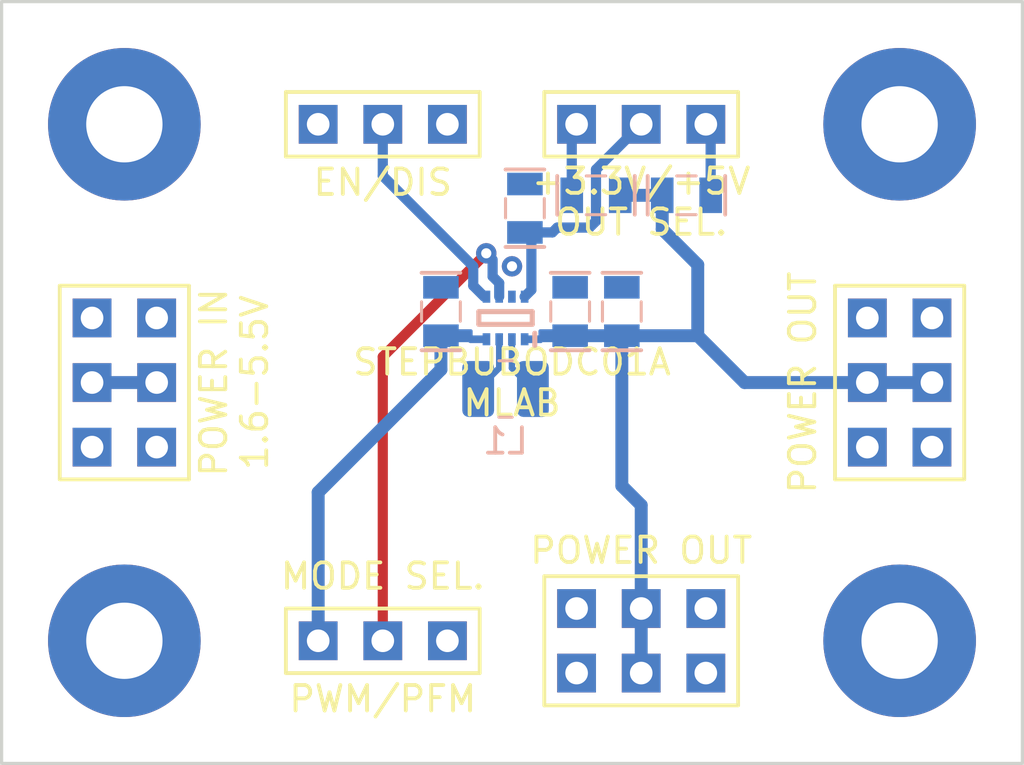
<source format=kicad_pcb>
(kicad_pcb (version 20211014) (generator pcbnew)
  (layers (0 "F.Cu" signal) (31 "B.Cu" signal) (34 "B.Paste" user) (35 "F.Paste" user) (36 "B.SilkS" user "B.Silkscreen") (37 "F.SilkS" user "F.Silkscreen") (38 "B.Mask" user) (39 "F.Mask" user) (44 "Edge.Cuts" user))
  (net 0 "")
  (net 1 "/V_in")
  (net 2 "GND")
  (net 3 "/V_out")
  (net 4 "/en")
  (net 5 "Net-(F1-Pad1)")
  (net 6 "/mod")
  (net 7 "Net-(J4-Pad1)")
  (net 8 "/FB")
  (net 9 "Net-(J4-Pad3)")
  (net 10 "Net-(L1-Pad1)")
  (net 11 "Net-(L1-Pad2)")
  (footprint "Mlab_Pin_Headers:Straight_1x03" (layer "F.Cu") (at 147.32 76.2 -90)
    (fp_text reference "J4" hide)
    (fp_text value "HEADER_1x03" hide)
    (fp_line (start -1.27 3.81) (end -1.27 -3.81) (layer "F.SilkS") (width 0.15))
    (fp_line (start 1.27 3.81) (end -1.27 3.81) (layer "F.SilkS") (width 0.15))
    (fp_line (start -1.27 -3.81) (end 1.27 -3.81) (layer "F.SilkS") (width 0.15))
    (fp_line (start 1.27 -3.81) (end 1.27 3.81) (layer "F.SilkS") (width 0.15))
    (pad "1" thru_hole rect (at 0 -2.54 270) (size 1.524 1.524) (drill 0.889) (layers *.Cu *.Mask) (net 7 "Net-(J4-Pad1)"))
    (pad "2" thru_hole rect (at 0 0 270) (size 1.524 1.524) (drill 0.889) (layers *.Cu *.Mask) (net 8 "/FB"))
    (pad "3" thru_hole rect (at 0 2.54 270) (size 1.524 1.524) (drill 0.889) (layers *.Cu *.Mask) (net 9 "Net-(J4-Pad3)"))
  )
  (footprint "Mlab_Pin_Headers:Straight_2x03" (layer "F.Cu") (at 127 86.36)
    (fp_text reference "J2" hide)
    (fp_text value "HEADER_2x03_PARALLEL" hide)
    (fp_line (start 2.54 3.81) (end -2.54 3.81) (layer "F.SilkS") (width 0.15))
    (fp_line (start -2.54 3.81) (end -2.54 -3.81) (layer "F.SilkS") (width 0.15))
    (fp_line (start -2.54 -3.81) (end 2.54 -3.81) (layer "F.SilkS") (width 0.15))
    (fp_line (start 2.54 -3.81) (end 2.54 3.81) (layer "F.SilkS") (width 0.15))
    (pad "1" thru_hole rect (at -1.27 -2.54) (size 1.524 1.524) (drill 0.889) (layers *.Cu *.Mask) (net 2 "GND"))
    (pad "2" thru_hole rect (at 1.27 -2.54) (size 1.524 1.524) (drill 0.889) (layers *.Cu *.Mask) (net 2 "GND"))
    (pad "3" thru_hole rect (at -1.27 0) (size 1.524 1.524) (drill 0.889) (layers *.Cu *.Mask) (net 5 "Net-(F1-Pad1)"))
    (pad "4" thru_hole rect (at 1.27 0) (size 1.524 1.524) (drill 0.889) (layers *.Cu *.Mask) (net 5 "Net-(F1-Pad1)"))
    (pad "5" thru_hole rect (at -1.27 2.54) (size 1.524 1.524) (drill 0.889) (layers *.Cu *.Mask) (net 2 "GND"))
    (pad "6" thru_hole rect (at 1.27 2.54) (size 1.524 1.524) (drill 0.889) (layers *.Cu *.Mask) (net 2 "GND"))
  )
  (footprint "Mlab_Mechanical:MountingHole_3mm" (layer "F.Cu") (at 127 96.52)
    (fp_text reference "H3" hide)
    (fp_text value "MountingHole_Pad" hide)
    (pad "1" thru_hole circle (at 0 0) (size 6 6) (drill 3) (layers *.Cu *.Mask) (net 2 "GND") (clearance 1))
  )
  (footprint "Mlab_Mechanical:MountingHole_3mm" (layer "F.Cu") (at 157.48 76.2)
    (fp_text reference "H4" hide)
    (fp_text value "MountingHole_Pad" hide)
    (pad "1" thru_hole circle (at 0 0) (size 6 6) (drill 3) (layers *.Cu *.Mask) (net 2 "GND") (clearance 1))
  )
  (footprint "Mlab_Pin_Headers:Straight_1x03" (layer "F.Cu") (at 137.16 76.2 -90)
    (fp_text reference "J1" hide)
    (fp_text value "HEADER_1x03" hide)
    (fp_line (start 1.27 3.81) (end -1.27 3.81) (layer "F.SilkS") (width 0.15))
    (fp_line (start -1.27 3.81) (end -1.27 -3.81) (layer "F.SilkS") (width 0.15))
    (fp_line (start 1.27 -3.81) (end 1.27 3.81) (layer "F.SilkS") (width 0.15))
    (fp_line (start -1.27 -3.81) (end 1.27 -3.81) (layer "F.SilkS") (width 0.15))
    (pad "1" thru_hole rect (at 0 -2.54 270) (size 1.524 1.524) (drill 0.889) (layers *.Cu *.Mask) (net 2 "GND"))
    (pad "2" thru_hole rect (at 0 0 270) (size 1.524 1.524) (drill 0.889) (layers *.Cu *.Mask) (net 4 "/en"))
    (pad "3" thru_hole rect (at 0 2.54 270) (size 1.524 1.524) (drill 0.889) (layers *.Cu *.Mask) (net 1 "/V_in"))
  )
  (footprint "Mlab_Pin_Headers:Straight_1x03" (layer "F.Cu") (at 137.16 96.52 -90)
    (fp_text reference "J3" hide)
    (fp_text value "HEADER_1x03" hide)
    (fp_line (start 1.27 -3.81) (end 1.27 3.81) (layer "F.SilkS") (width 0.15))
    (fp_line (start 1.27 3.81) (end -1.27 3.81) (layer "F.SilkS") (width 0.15))
    (fp_line (start -1.27 -3.81) (end 1.27 -3.81) (layer "F.SilkS") (width 0.15))
    (fp_line (start -1.27 3.81) (end -1.27 -3.81) (layer "F.SilkS") (width 0.15))
    (pad "1" thru_hole rect (at 0 -2.54 270) (size 1.524 1.524) (drill 0.889) (layers *.Cu *.Mask) (net 2 "GND"))
    (pad "2" thru_hole rect (at 0 0 270) (size 1.524 1.524) (drill 0.889) (layers *.Cu *.Mask) (net 6 "/mod"))
    (pad "3" thru_hole rect (at 0 2.54 270) (size 1.524 1.524) (drill 0.889) (layers *.Cu *.Mask) (net 1 "/V_in"))
  )
  (footprint "Mlab_Mechanical:MountingHole_3mm" (layer "F.Cu") (at 157.48 96.52)
    (fp_text reference "H2" hide)
    (fp_text value "MountingHole_Pad" hide)
    (pad "1" thru_hole circle (at 0 0) (size 6 6) (drill 3) (layers *.Cu *.Mask) (net 2 "GND") (clearance 1))
  )
  (footprint "Mlab_Pin_Headers:Straight_2x03" (layer "F.Cu") (at 147.32 96.52 -90)
    (fp_text reference "J5" hide)
    (fp_text value "HEADER_2x03_PARALLEL" hide)
    (fp_line (start 2.54 -3.81) (end 2.54 3.81) (layer "F.SilkS") (width 0.15))
    (fp_line (start 2.54 3.81) (end -2.54 3.81) (layer "F.SilkS") (width 0.15))
    (fp_line (start -2.54 -3.81) (end 2.54 -3.81) (layer "F.SilkS") (width 0.15))
    (fp_line (start -2.54 3.81) (end -2.54 -3.81) (layer "F.SilkS") (width 0.15))
    (pad "1" thru_hole rect (at -1.27 -2.54 270) (size 1.524 1.524) (drill 0.889) (layers *.Cu *.Mask) (net 2 "GND"))
    (pad "2" thru_hole rect (at 1.27 -2.54 270) (size 1.524 1.524) (drill 0.889) (layers *.Cu *.Mask) (net 2 "GND"))
    (pad "3" thru_hole rect (at -1.27 0 270) (size 1.524 1.524) (drill 0.889) (layers *.Cu *.Mask) (net 3 "/V_out"))
    (pad "4" thru_hole rect (at 1.27 0 270) (size 1.524 1.524) (drill 0.889) (layers *.Cu *.Mask) (net 3 "/V_out"))
    (pad "5" thru_hole rect (at -1.27 2.54 270) (size 1.524 1.524) (drill 0.889) (layers *.Cu *.Mask) (net 2 "GND"))
    (pad "6" thru_hole rect (at 1.27 2.54 270) (size 1.524 1.524) (drill 0.889) (layers *.Cu *.Mask) (net 2 "GND"))
  )
  (footprint "Mlab_Mechanical:MountingHole_3mm" (layer "F.Cu") (at 127 76.2)
    (fp_text reference "H1" hide)
    (fp_text value "MountingHole_Pad" hide)
    (pad "1" thru_hole circle (at 0 0) (size 6 6) (drill 3) (layers *.Cu *.Mask) (net 2 "GND") (clearance 1))
  )
  (footprint "Mlab_Pin_Headers:Straight_2x03" (layer "F.Cu") (at 157.48 86.36)
    (fp_text reference "J6" hide)
    (fp_text value "HEADER_2x03_PARALLEL" hide)
    (fp_line (start 2.54 -3.81) (end 2.54 3.81) (layer "F.SilkS") (width 0.15))
    (fp_line (start -2.54 3.81) (end -2.54 -3.81) (layer "F.SilkS") (width 0.15))
    (fp_line (start 2.54 3.81) (end -2.54 3.81) (layer "F.SilkS") (width 0.15))
    (fp_line (start -2.54 -3.81) (end 2.54 -3.81) (layer "F.SilkS") (width 0.15))
    (pad "1" thru_hole rect (at -1.27 -2.54) (size 1.524 1.524) (drill 0.889) (layers *.Cu *.Mask) (net 2 "GND"))
    (pad "2" thru_hole rect (at 1.27 -2.54) (size 1.524 1.524) (drill 0.889) (layers *.Cu *.Mask) (net 2 "GND"))
    (pad "3" thru_hole rect (at -1.27 0) (size 1.524 1.524) (drill 0.889) (layers *.Cu *.Mask) (net 3 "/V_out"))
    (pad "4" thru_hole rect (at 1.27 0) (size 1.524 1.524) (drill 0.889) (layers *.Cu *.Mask) (net 3 "/V_out"))
    (pad "5" thru_hole rect (at -1.27 2.54) (size 1.524 1.524) (drill 0.889) (layers *.Cu *.Mask) (net 2 "GND"))
    (pad "6" thru_hole rect (at 1.27 2.54) (size 1.524 1.524) (drill 0.889) (layers *.Cu *.Mask) (net 2 "GND"))
  )
  (footprint "Mlab_R:SMD-0805" (layer "B.Cu") (at 145.542 78.994 180)
    (fp_text reference "R2")
    (fp_text value "511k")
    (fp_line (start 1.524 0.762) (end 1.524 -0.762) (layer "B.SilkS") (width 0.15))
    (fp_line (start -0.381 0.762) (end 0.381 0.762) (layer "B.SilkS") (width 0.12))
    (fp_line (start -1.524 -0.762) (end -1.524 0.762) (layer "B.SilkS") (width 0.15))
    (fp_line (start -0.381 -0.762) (end 0.381 -0.762) (layer "B.SilkS") (width 0.12))
    (pad "1" smd rect locked (at -0.9525 0 180) (size 0.889 1.397) (layers "B.Cu" "B.Paste" "B.Mask") (net 3 "/V_out"))
    (pad "2" smd rect locked (at 0.9525 0 180) (size 0.889 1.397) (layers "B.Cu" "B.Paste" "B.Mask") (net 9 "Net-(J4-Pad3)"))
  )
  (footprint "Mlab_C:SMD-0805" (layer "B.Cu") (at 146.558 83.566 90)
    (fp_text reference "C3")
    (fp_text value "10uF")
    (fp_line (start 1.524 0.762) (end 1.524 -0.762) (layer "B.SilkS") (width 0.15))
    (fp_line (start -1.524 -0.762) (end -1.524 0.762) (layer "B.SilkS") (width 0.15))
    (fp_line (start -0.381 -0.762) (end 0.381 -0.762) (layer "B.SilkS") (width 0.12))
    (fp_line (start -0.381 0.762) (end 0.381 0.762) (layer "B.SilkS") (width 0.12))
    (pad "1" smd rect locked (at -0.9525 0 90) (size 0.889 1.397) (layers "B.Cu" "B.Paste" "B.Mask") (net 3 "/V_out"))
    (pad "2" smd rect locked (at 0.9525 0 90) (size 0.889 1.397) (layers "B.Cu" "B.Paste" "B.Mask") (net 2 "GND"))
  )
  (footprint "Mlab_C:SMD-0805" (layer "B.Cu") (at 144.526 83.566 90)
    (fp_text reference "C2")
    (fp_text value "47uF")
    (fp_line (start 1.524 0.762) (end 1.524 -0.762) (layer "B.SilkS") (width 0.15))
    (fp_line (start -1.524 -0.762) (end -1.524 0.762) (layer "B.SilkS") (width 0.15))
    (fp_line (start -0.381 0.762) (end 0.381 0.762) (layer "B.SilkS") (width 0.12))
    (fp_line (start -0.381 -0.762) (end 0.381 -0.762) (layer "B.SilkS") (width 0.12))
    (pad "1" smd rect locked (at -0.9525 0 90) (size 0.889 1.397) (layers "B.Cu" "B.Paste" "B.Mask") (net 3 "/V_out"))
    (pad "2" smd rect locked (at 0.9525 0 90) (size 0.889 1.397) (layers "B.Cu" "B.Paste" "B.Mask") (net 2 "GND"))
  )
  (footprint "KiCad:SOTFL50P160X60-8N" (layer "B.Cu") (at 141.986 83.82 90)
    (fp_text reference "U1" hide)
    (fp_text value "TPS631000DRLR" hide)
    (fp_line (start -0.25 1.05) (end 0.25 1.05) (layer "B.SilkS") (width 0.2))
    (fp_line (start 0.25 -1.05) (end -0.25 -1.05) (layer "B.SilkS") (width 0.2))
    (fp_line (start -0.25 -1.05) (end -0.25 1.05) (layer "B.SilkS") (width 0.2))
    (fp_line (start -1.075 1.15) (end -0.6 1.15) (layer "B.SilkS") (width 0.2))
    (fp_line (start 0.25 1.05) (end 0.25 -1.05) (layer "B.SilkS") (width 0.2))
    (pad "1" smd rect locked (at -0.838 0.75) (size 0.3 0.475) (layers "B.Cu" "B.Paste" "B.Mask") (net 3 "/V_out"))
    (pad "2" smd rect locked (at -0.838 0.25) (size 0.3 0.475) (layers "B.Cu" "B.Paste" "B.Mask") (net 11 "Net-(L1-Pad2)"))
    (pad "3" smd rect locked (at -0.838 -0.25) (size 0.3 0.475) (layers "B.Cu" "B.Paste" "B.Mask") (net 10 "Net-(L1-Pad1)"))
    (pad "4" smd rect locked (at -0.838 -0.75) (size 0.3 0.475) (layers "B.Cu" "B.Paste" "B.Mask") (net 1 "/V_in"))
    (pad "5" smd rect locked (at 0.838 -0.75) (size 0.3 0.475) (layers "B.Cu" "B.Paste" "B.Mask") (net 4 "/en"))
    (pad "6" smd rect locked (at 0.838 -0.25) (size 0.3 0.475) (layers "B.Cu" "B.Paste" "B.Mask") (net 6 "/mod"))
    (pad "7" smd rect locked (at 0.838 0.25) (size 0.3 0.475) (layers "B.Cu" "B.Paste" "B.Mask") (net 2 "GND"))
    (pad "8" smd rect locked (at 0.838 0.75) (size 0.3 0.475) (layers "B.Cu" "B.Paste" "B.Mask") (net 8 "/FB"))
  )
  (footprint "Mlab_R:SMD-0805" (layer "B.Cu") (at 149.098 78.994)
    (fp_text reference "R3")
    (fp_text value "806k")
    (fp_line (start 1.524 0.762) (end 1.524 -0.762) (layer "B.SilkS") (width 0.15))
    (fp_line (start -1.524 -0.762) (end -1.524 0.762) (layer "B.SilkS") (width 0.15))
    (fp_line (start -0.381 -0.762) (end 0.381 -0.762) (layer "B.SilkS") (width 0.12))
    (fp_line (start -0.381 0.762) (end 0.381 0.762) (layer "B.SilkS") (width 0.12))
    (pad "1" smd rect locked (at -0.9525 0) (size 0.889 1.397) (layers "B.Cu" "B.Paste" "B.Mask") (net 3 "/V_out"))
    (pad "2" smd rect locked (at 0.9525 0) (size 0.889 1.397) (layers "B.Cu" "B.Paste" "B.Mask") (net 7 "Net-(J4-Pad1)"))
  )
  (footprint "Mlab_C:SMD-0805" (layer "B.Cu") (at 139.446 83.566 90)
    (fp_text reference "C1")
    (fp_text value "22uF")
    (fp_line (start -0.381 -0.762) (end 0.381 -0.762) (layer "B.SilkS") (width 0.12))
    (fp_line (start 1.524 0.762) (end 1.524 -0.762) (layer "B.SilkS") (width 0.15))
    (fp_line (start -1.524 -0.762) (end -1.524 0.762) (layer "B.SilkS") (width 0.15))
    (fp_line (start -0.381 0.762) (end 0.381 0.762) (layer "B.SilkS") (width 0.12))
    (pad "1" smd rect locked (at -0.9525 0 90) (size 0.889 1.397) (layers "B.Cu" "B.Paste" "B.Mask") (net 1 "/V_in"))
    (pad "2" smd rect locked (at 0.9525 0 90) (size 0.889 1.397) (layers "B.Cu" "B.Paste" "B.Mask") (net 2 "GND"))
  )
  (footprint "Mlab_R:SMD-0805" (layer "B.Cu") (at 142.748 79.502 90)
    (fp_text reference "R1")
    (fp_text value "91k")
    (fp_line (start -1.524 -0.762) (end -1.524 0.762) (layer "B.SilkS") (width 0.15))
    (fp_line (start 1.524 0.762) (end 1.524 -0.762) (layer "B.SilkS") (width 0.15))
    (fp_line (start -0.381 -0.762) (end 0.381 -0.762) (layer "B.SilkS") (width 0.12))
    (fp_line (start -0.381 0.762) (end 0.381 0.762) (layer "B.SilkS") (width 0.12))
    (pad "1" smd rect locked (at -0.9525 0 90) (size 0.889 1.397) (layers "B.Cu" "B.Paste" "B.Mask") (net 8 "/FB"))
    (pad "2" smd rect locked (at 0.9525 0 90) (size 0.889 1.397) (layers "B.Cu" "B.Paste" "B.Mask") (net 2 "GND"))
  )
  (footprint "Inductor_SMD:L_1008_2520Metric" (layer "B.Cu") (at 141.986 86.614)
    (fp_text reference "L1" (at 0 2.05) (layer "B.SilkS") (effects (justify mirror)))
    (fp_text value "1uH - DFE252012P-1R0M=P2" hide)
    (fp_line (start -0.261252 1.11) (end 0.261252 1.11) (layer "B.SilkS") (width 0.12))
    (fp_line (start -0.261252 -1.11) (end 0.261252 -1.11) (layer "B.SilkS") (width 0.12))
    (pad "1" smd roundrect (at -1.075 0) (size 1.25 2.2) (layers "B.Cu" "B.Paste" "B.Mask") (roundrect_rratio 0.2) (net 10 "Net-(L1-Pad1)"))
    (pad "2" smd roundrect (at 1.075 0) (size 1.25 2.2) (layers "B.Cu" "B.Paste" "B.Mask") (roundrect_rratio 0.2) (net 11 "Net-(L1-Pad2)"))
  )
  (gr_line (start 122.174 71.374) (end 122.174 101.346) (layer "Edge.Cuts") (width 0.127))
  (gr_line (start 122.174 101.346) (end 162.306 101.346) (layer "Edge.Cuts") (width 0.127))
  (gr_line (start 162.306 71.374) (end 122.174 71.374) (layer "Edge.Cuts") (width 0.127))
  (gr_line (start 162.306 101.346) (end 162.306 71.374) (layer "Edge.Cuts") (width 0.127))
  (gr_text "POWER OUT" (at 147.32 92.964) (layer "F.SilkS") (effects (font (size 1 1))))
  (gr_text "STEPBUBODC01A\nMLAB" (at 142.24 86.36) (layer "F.SilkS") (effects (font (size 1 1))))
  (gr_text "+3.3V/+5V\nOUT SEL." (at 147.32 79.248) (layer "F.SilkS") (effects (font (size 1 1))))
  (gr_text "EN/DIS" (at 137.16 78.486) (layer "F.SilkS") (effects (font (size 1 1))))
  (gr_text "POWER OUT" (at 153.67 86.36 90) (layer "F.SilkS") (effects (font (size 1 1))))
  (gr_text "POWER IN\n1.6-5.5V" (at 131.318 86.36 90) (layer "F.SilkS") (effects (font (size 1 1))))
  (gr_text "MODE SEL." (at 137.16 93.98) (layer "F.SilkS") (effects (font (size 1 1))))
  (gr_text "PWM/PFM" (at 137.16 98.806) (layer "F.SilkS") (effects (font (size 1 1))))
  (via (at 142.24 81.788) (size 0.8) (drill 0.4) (layers "F.Cu" "B.Cu") (net 0))
  (segment (start 139.446 85.852) (end 139.446 84.5185) (width 0.508) (layer "B.Cu") (net 1))
  (segment (start 134.62 90.678) (end 139.446 85.852) (width 0.508) (layer "B.Cu") (net 1))
  (segment (start 134.62 96.52) (end 134.62 90.678) (width 0.508) (layer "B.Cu") (net 1))
  (segment (start 146.558 84.5185) (end 146.558 90.424) (width 0.508) (layer "B.Cu") (net 3))
  (segment (start 146.558 90.424) (end 147.32 91.186) (width 0.508) (layer "B.Cu") (net 3))
  (segment (start 156.21 86.36) (end 158.75 86.36) (width 0.508) (layer "B.Cu") (net 3))
  (segment (start 144.3865 84.658) (end 144.526 84.5185) (width 0.25) (layer "B.Cu") (net 3))
  (segment (start 149.5425 84.5185) (end 149.5425 81.7245) (width 0.508) (layer "B.Cu") (net 3))
  (segment (start 147.32 91.186) (end 147.32 95.25) (width 0.508) (layer "B.Cu") (net 3))
  (segment (start 149.5425 84.5185) (end 151.384 86.36) (width 0.508) (layer "B.Cu") (net 3))
  (segment (start 149.5425 81.7245) (end 148.1455 80.3275) (width 0.508) (layer "B.Cu") (net 3))
  (segment (start 148.1455 78.994) (end 146.4945 78.994) (width 0.508) (layer "B.Cu") (net 3))
  (segment (start 147.32 95.25) (end 147.32 97.79) (width 0.508) (layer "B.Cu") (net 3))
  (segment (start 151.384 86.36) (end 156.21 86.36) (width 0.508) (layer "B.Cu") (net 3))
  (segment (start 146.558 84.5185) (end 149.5425 84.5185) (width 0.508) (layer "B.Cu") (net 3))
  (segment (start 148.1455 80.3275) (end 148.1455 78.994) (width 0.508) (layer "B.Cu") (net 3))
  (segment (start 140.716 82.55) (end 140.716 81.788) (width 0.4) (layer "B.Cu") (net 4))
  (segment (start 137.16 78.232) (end 137.16 76.2) (width 0.4) (layer "B.Cu") (net 4))
  (segment (start 141.236 82.982) (end 141.148 82.982) (width 0.25) (layer "B.Cu") (net 4))
  (segment (start 140.716 81.788) (end 137.16 78.232) (width 0.4) (layer "B.Cu") (net 4))
  (segment (start 141.148 82.982) (end 140.716 82.55) (width 0.4) (layer "B.Cu") (net 4))
  (segment (start 128.27 86.36) (end 125.73 86.36) (width 0.508) (layer "B.Cu") (net 5))
  (segment (start 137.16 85.344) (end 141.228299 81.275701) (width 0.4) (layer "F.Cu") (net 6))
  (segment (start 137.16 96.52) (end 137.16 85.344) (width 0.4) (layer "F.Cu") (net 6))
  (via (at 141.228299 81.275701) (size 0.8) (drill 0.4) (layers "F.Cu" "B.Cu") (net 6))
  (segment (start 141.736 82.4445) (end 141.736 82.982) (width 0.4) (layer "B.Cu") (net 6))
  (segment (start 141.228299 81.275701) (end 141.478 81.525402) (width 0.25) (layer "B.Cu") (net 6))
  (segment (start 141.478 81.525402) (end 141.478 82.1865) (width 0.4) (layer "B.Cu") (net 6))
  (segment (start 141.478 82.1865) (end 141.736 82.4445) (width 0.4) (layer "B.Cu") (net 6))
  (segment (start 150.0505 76.3905) (end 149.86 76.2) (width 0.25) (layer "B.Cu") (net 7))
  (segment (start 150.0505 78.994) (end 150.0505 76.3905) (width 0.4) (layer "B.Cu") (net 7))
  (segment (start 143.002 82.716) (end 142.736 82.982) (width 0.4) (layer "B.Cu") (net 8))
  (segment (start 142.748 80.4545) (end 143.002 80.7085) (width 0.25) (layer "B.Cu") (net 8))
  (segment (start 145.542 77.978) (end 145.542 80.01) (width 0.4) (layer "B.Cu") (net 8))
  (segment (start 145.288 80.264) (end 144.018 80.264) (width 0.4) (layer "B.Cu") (net 8))
  (segment (start 145.542 80.01) (end 145.288 80.264) (width 0.4) (layer "B.Cu") (net 8))
  (segment (start 144.018 80.264) (end 143.8275 80.4545) (width 0.4) (layer "B.Cu") (net 8))
  (segment (start 143.002 80.7085) (end 143.002 82.716) (width 0.4) (layer "B.Cu") (net 8))
  (segment (start 143.8275 80.4545) (end 142.748 80.4545) (width 0.4) (layer "B.Cu") (net 8))
  (segment (start 147.32 76.2) (end 145.542 77.978) (width 0.4) (layer "B.Cu") (net 8))
  (segment (start 144.5895 76.3905) (end 144.78 76.2) (width 0.25) (layer "B.Cu") (net 9))
  (segment (start 144.5895 78.994) (end 144.5895 76.3905) (width 0.4) (layer "B.Cu") (net 9))
  (segment (start 140.911 86.614) (end 141.736 85.789) (width 0.25) (layer "B.Cu") (net 10))
  (segment (start 141.736 85.789) (end 141.736 84.658) (width 0.25) (layer "B.Cu") (net 10))
  (segment (start 142.236 85.789) (end 142.236 84.658) (width 0.25) (layer "B.Cu") (net 11))
  (segment (start 143.061 86.614) (end 142.236 85.789) (width 0.25) (layer "B.Cu") (net 11))
  (zone (net 3) (net_name "/V_out") (layer "B.Cu") (connect_pads (clearance 0.254)) (min_thickness 0.127) (fill yes (thermal_gap 0.508) (thermal_bridge_width 0.508))
    (polygon (pts (xy 147.573754 85.344) (xy 142.494 85.09) (xy 142.513546 84.282079) (xy 143.778075 84.023077) (xy 147.568625 83.819944)))
  )
  (zone (net 1) (net_name "/V_in") (layer "B.Cu") (connect_pads (clearance 0.254)) (min_thickness 0.127) (fill yes (thermal_gap 0.508) (thermal_bridge_width 0.508))
    (polygon (pts (xy 141.478 84.074) (xy 141.478 85.09) (xy 140.208 85.344) (xy 138.43 85.344) (xy 138.43 83.82)))
  )
)
</source>
